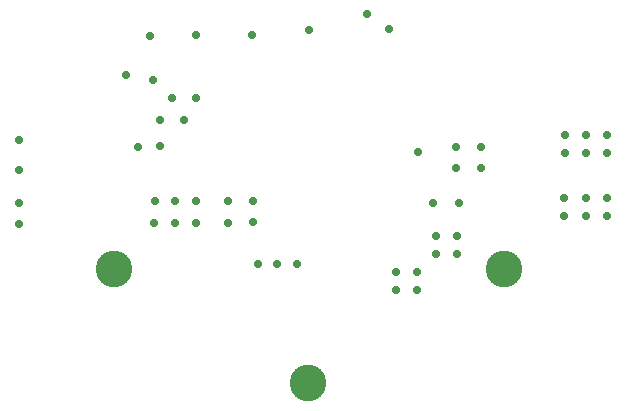
<source format=gbr>
%TF.GenerationSoftware,Altium Limited,Altium Designer,18.1.9 (240)*%
G04 Layer_Color=0*
%FSLAX26Y26*%
%MOIN*%
%TF.FileFunction,Plated,1,2,PTH,Drill*%
%TF.Part,Single*%
G01*
G75*
%TA.AperFunction,ViaDrill,NotFilled*%
%ADD26C,0.028000*%
%ADD27C,0.122047*%
D26*
X-170000Y-360000D02*
D03*
X-105000D02*
D03*
X195000Y475000D02*
D03*
X365000Y15000D02*
D03*
X575000Y-40000D02*
D03*
X490000D02*
D03*
Y30000D02*
D03*
X268910Y425000D02*
D03*
X1568Y420000D02*
D03*
X-190000Y405000D02*
D03*
X-375000D02*
D03*
X-530000Y400000D02*
D03*
X-610000Y270000D02*
D03*
X-520000Y255000D02*
D03*
X995000Y70000D02*
D03*
Y10000D02*
D03*
X855000Y70000D02*
D03*
X925000Y10000D02*
D03*
X855000D02*
D03*
X925000Y70000D02*
D03*
X850000Y-140000D02*
D03*
Y-200000D02*
D03*
X995000Y-140000D02*
D03*
X925000Y-200000D02*
D03*
X995000D02*
D03*
X925000Y-140000D02*
D03*
X495000Y-265000D02*
D03*
X425000Y-325000D02*
D03*
X495000D02*
D03*
X425000Y-265000D02*
D03*
X575000Y30000D02*
D03*
X500000Y-154004D02*
D03*
X415000Y-154922D02*
D03*
X290000Y-385000D02*
D03*
X360000Y-445000D02*
D03*
X290000D02*
D03*
X360000Y-385000D02*
D03*
X-965000Y-225000D02*
D03*
Y-155000D02*
D03*
X-515000Y-223024D02*
D03*
X-512651Y-150000D02*
D03*
X-375000D02*
D03*
Y-223024D02*
D03*
X-270000Y-220917D02*
D03*
X-185000Y-220000D02*
D03*
Y-150000D02*
D03*
X-270000D02*
D03*
X-445000D02*
D03*
Y-223024D02*
D03*
X-965000Y-45000D02*
D03*
Y55000D02*
D03*
X-570000Y30000D02*
D03*
X-495000Y35000D02*
D03*
X-495000Y120000D02*
D03*
X-415000D02*
D03*
X-455000Y194000D02*
D03*
X-375000D02*
D03*
X-40000Y-360000D02*
D03*
D27*
X-649500Y-375000D02*
D03*
X650000D02*
D03*
X-798Y-755000D02*
D03*
%TF.MD5,102cda06a796460854d79b5f737cabe5*%
M02*

</source>
